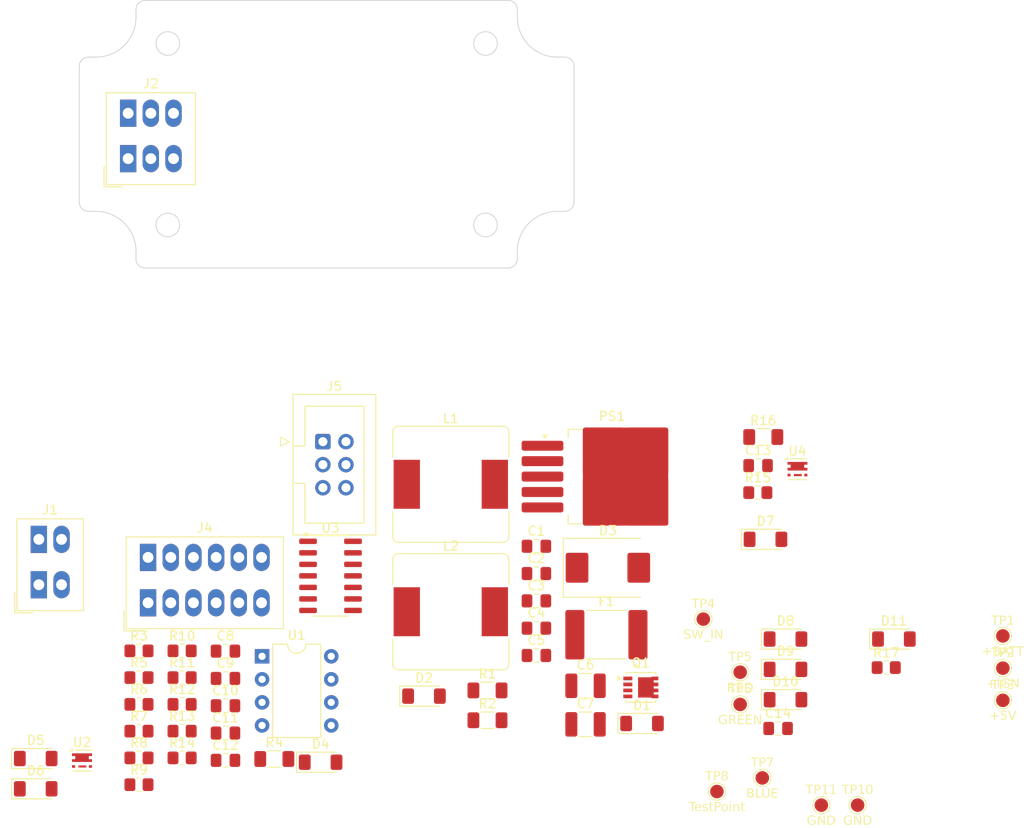
<source format=kicad_pcb>
(kicad_pcb (version 20240108) (generator "pcbnew") (generator_version "8.0")
  (layers (0 "F.Cu" signal) (31 "B.Cu" signal) (34 "B.Paste" user) (35 "F.Paste" user) (36 "B.SilkS" user "B.Silkscreen") (37 "F.SilkS" user "F.Silkscreen") (38 "B.Mask" user) (39 "F.Mask" user) (44 "Edge.Cuts" user))
  (net 0 "")
  (net 1 "Net-(D1-K)")
  (net 2 "GND")
  (net 3 "Net-(PS1-VIN)")
  (net 4 "+5V")
  (net 5 "Net-(D6-K)")
  (net 6 "Net-(D1-A)")
  (net 7 "Net-(D3-K)")
  (net 8 "Net-(D5-K)")
  (net 9 "+BATT")
  (net 10 "/RST")
  (net 11 "/SDO")
  (net 12 "Net-(PS1-~{ON}{slash}OFF)")
  (net 13 "+2V5")
  (net 14 "Net-(D2-K)")
  (net 15 "Net-(D7-K)")
  (net 16 "/Power/+IGN")
  (net 17 "Net-(J4-Pin_4)")
  (net 18 "Net-(J4-Pin_2)")
  (net 19 "Net-(J4-Pin_3)")
  (net 20 "Net-(J4-Pin_5)")
  (net 21 "Net-(PS1-FB)")
  (net 22 "Net-(D4-K)")
  (net 23 "Net-(D9-K)")
  (net 24 "Net-(D10-K)")
  (net 25 "/RED")
  (net 26 "/GRN")
  (net 27 "/PWM_out")
  (net 28 "/BLU")
  (footprint "Resistor_SMD:R_0805_2012Metric_Pad1.20x1.40mm_HandSolder" (layer "F.Cu") (at 143.335 114.295)
    (property "Reference" "R8" (at 0 -1.65 0) (layer "F.SilkS"))
    (property "Value" "100R")
    (pad "1" smd roundrect (at -1 0) (size 1.2 1.4) (layers "F.Cu" "F.Paste" "F.Mask") (roundrect_rratio 0.208333) (net 5 "Net-(D6-K)"))
    (pad "2" smd roundrect (at 1 0) (size 1.2 1.4) (layers "F.Cu" "F.Paste" "F.Mask") (roundrect_rratio 0.208333) (net 18 "Net-(J4-Pin_2)"))
  )
  (footprint "TerminalBlock_Phoenix:TerminalBlock_Phoenix_PTSM-0,5-3-2.5-H-THR_1x03_P2.50mm_Horizontal" (layer "F.Cu") (at 142.14 48.24)
    (property "Reference" "J2" (at 2.5 -8.26 0) (layer "F.SilkS"))
    (property "Value" "1770898")
    (pad "1" thru_hole rect (at 0 -5) (size 1.8 3) (drill 1.2) (layers "*.Cu" "*.Mask") (net 16 "/Power/+IGN"))
    (pad "1" thru_hole rect (at 0 0) (size 1.8 3) (drill 1.2) (layers "*.Cu" "*.Mask") (net 16 "/Power/+IGN"))
    (pad "2" thru_hole oval (at 2.5 -5) (size 1.8 3) (drill 1.2) (layers "*.Cu" "*.Mask") (net 9 "+BATT"))
    (pad "2" thru_hole oval (at 2.5 0) (size 1.8 3) (drill 1.2) (layers "*.Cu" "*.Mask") (net 9 "+BATT"))
    (pad "3" thru_hole oval (at 5 -5) (size 1.8 3) (drill 1.2) (layers "*.Cu" "*.Mask") (net 2 "GND"))
    (pad "3" thru_hole oval (at 5 0) (size 1.8 3) (drill 1.2) (layers "*.Cu" "*.Mask") (net 2 "GND"))
  )
  (footprint "Capacitor_SMD:C_0805_2012Metric_Pad1.18x1.45mm_HandSolder" (layer "F.Cu") (at 211.535 82.075)
    (property "Reference" "C13" (at 0 -1.68 0) (layer "F.SilkS"))
    (property "Value" "10uF")
    (pad "1" smd roundrect (at -1.0375 0) (size 1.175 1.45) (layers "F.Cu" "F.Paste" "F.Mask") (roundrect_rratio 0.212766) (net 14 "Net-(D2-K)"))
    (pad "2" smd roundrect (at 1.0375 0) (size 1.175 1.45) (layers "F.Cu" "F.Paste" "F.Mask") (roundrect_rratio 0.212766) (net 2 "GND"))
  )
  (footprint "TestPoint:TestPoint_Pad_D1.5mm" (layer "F.Cu") (at 238.5 104.4)
    (property "Reference" "TP2" (at 0 -1.648 0) (layer "F.SilkS"))
    (property "Value" "+IGN" (at 0 1.75 0) (layer "F.SilkS"))
    (pad "1" smd circle (at 0 0) (size 1.5 1.5) (layers "F.Cu" "F.Mask") (net 14 "Net-(D2-K)"))
  )
  (footprint "TerminalBlock_Phoenix:TerminalBlock_Phoenix_PTSM-0,5-6-2.5-H-THR_1x06_P2.50mm_Horizontal" (layer "F.Cu") (at 144.335 97.195)
    (property "Reference" "J4" (at 6.25 -8.26 0) (layer "F.SilkS"))
    (property "Value" "1770924")
    (pad "1" thru_hole rect (at 0 -5) (size 1.8 3) (drill 1.2) (layers "*.Cu" "*.Mask") (net 8 "Net-(D5-K)"))
    (pad "1" thru_hole rect (at 0 0) (size 1.8 3) (drill 1.2) (layers "*.Cu" "*.Mask") (net 8 "Net-(D5-K)"))
    (pad "2" thru_hole oval (at 2.5 -5) (size 1.8 3) (drill 1.2) (layers "*.Cu" "*.Mask") (net 18 "Net-(J4-Pin_2)"))
    (pad "2" thru_hole oval (at 2.5 0) (size 1.8 3) (drill 1.2) (layers "*.Cu" "*.Mask") (net 18 "Net-(J4-Pin_2)"))
    (pad "3" thru_hole oval (at 5 -5) (size 1.8 3) (drill 1.2) (layers "*.Cu" "*.Mask") (net 19 "Net-(J4-Pin_3)"))
    (pad "3" thru_hole oval (at 5 0) (size 1.8 3) (drill 1.2) (layers "*.Cu" "*.Mask") (net 19 "Net-(J4-Pin_3)"))
    (pad "4" thru_hole oval (at 7.5 -5) (size 1.8 3) (drill 1.2) (layers "*.Cu" "*.Mask") (net 17 "Net-(J4-Pin_4)"))
    (pad "4" thru_hole oval (at 7.5 0) (size 1.8 3) (drill 1.2) (layers "*.Cu" "*.Mask") (net 17 "Net-(J4-Pin_4)"))
    (pad "5" thru_hole oval (at 10 -5) (size 1.8 3) (drill 1.2) (layers "*.Cu" "*.Mask") (net 20 "Net-(J4-Pin_5)"))
    (pad "5" thru_hole oval (at 10 0) (size 1.8 3) (drill 1.2) (layers "*.Cu" "*.Mask") (net 20 "Net-(J4-Pin_5)"))
    (pad "6" thru_hole oval (at 12.5 -5) (size 1.8 3) (drill 1.2) (layers "*.Cu" "*.Mask") (net 2 "GND"))
    (pad "6" thru_hole oval (at 12.5 0) (size 1.8 3) (drill 1.2) (layers "*.Cu" "*.Mask") (net 2 "GND"))
  )
  (footprint "Capacitor_SMD:C_0805_2012Metric_Pad1.18x1.45mm_HandSolder" (layer "F.Cu") (at 187.115 90.965)
    (property "Reference" "C1" (at 0 -1.68 0) (layer "F.SilkS"))
    (property "Value" "10uF")
    (pad "1" smd roundrect (at -1.0375 0) (size 1.175 1.45) (layers "F.Cu" "F.Paste" "F.Mask") (roundrect_rratio 0.212766) (net 1 "Net-(D1-K)"))
    (pad "2" smd roundrect (at 1.0375 0) (size 1.175 1.45) (layers "F.Cu" "F.Paste" "F.Mask") (roundrect_rratio 0.212766) (net 2 "GND"))
  )
  (footprint "Capacitor_SMD:C_0805_2012Metric_Pad1.18x1.45mm_HandSolder" (layer "F.Cu") (at 152.865 108.545)
    (property "Reference" "C10" (at 0 -1.68 0) (layer "F.SilkS"))
    (property "Value" "10uF")
    (pad "1" smd roundrect (at -1.0375 0) (size 1.175 1.45) (layers "F.Cu" "F.Paste" "F.Mask") (roundrect_rratio 0.212766) (net 2 "GND"))
    (pad "2" smd roundrect (at 1.0375 0) (size 1.175 1.45) (layers "F.Cu" "F.Paste" "F.Mask") (roundrect_rratio 0.212766) (net 4 "+5V"))
  )
  (footprint "Package_DIP:DIP-8_W7.62mm" (layer "F.Cu") (at 156.895 103.095)
    (property "Reference" "U1" (at 3.81 -2.33 0) (layer "F.SilkS"))
    (property "Value" "ATtiny85-20P")
    (pad "1" thru_hole rect (at 0 0) (size 1.6 1.6) (drill 0.8) (layers "*.Cu" "*.Mask") (net 10 "/RST"))
    (pad "2" thru_hole oval (at 0 2.54) (size 1.6 1.6) (drill 0.8) (layers "*.Cu" "*.Mask") (net 28 "/BLU"))
    (pad "3" thru_hole oval (at 0 5.08) (size 1.6 1.6) (drill 0.8) (layers "*.Cu" "*.Mask") (net 27 "/PWM_out"))
    (pad "4" thru_hole oval (at 0 7.62) (size 1.6 1.6) (drill 0.8) (layers "*.Cu" "*.Mask") (net 2 "GND"))
    (pad "5" thru_hole oval (at 7.62 7.62) (size 1.6 1.6) (drill 0.8) (layers "*.Cu" "*.Mask") (net 11 "/SDO"))
    (pad "6" thru_hole oval (at 7.62 5.08) (size 1.6 1.6) (drill 0.8) (layers "*.Cu" "*.Mask") (net 25 "/RED"))
    (pad "7" thru_hole oval (at 7.62 2.54) (size 1.6 1.6) (drill 0.8) (layers "*.Cu" "*.Mask") (net 26 "/GRN"))
    (pad "8" thru_hole oval (at 7.62 0) (size 1.6 1.6) (drill 0.8) (layers "*.Cu" "*.Mask") (net 4 "+5V"))
  )
  (footprint "Resistor_SMD:R_1206_3216Metric_Pad1.30x1.75mm_HandSolder" (layer "F.Cu") (at 181.725 110.145)
    (property "Reference" "R2" (at 0 -1.82 0) (layer "F.SilkS"))
    (property "Value" "100k")
    (pad "1" smd roundrect (at -1.55 0) (size 1.3 1.75) (layers "F.Cu" "F.Paste" "F.Mask") (roundrect_rratio 0.192308) (net 12 "Net-(PS1-~{ON}{slash}OFF)"))
    (pad "2" smd roundrect (at 1.55 0) (size 1.3 1.75) (layers "F.Cu" "F.Paste" "F.Mask") (roundrect_rratio 0.192308) (net 3 "Net-(PS1-VIN)"))
  )
  (footprint "Package_SO:Vishay_PowerPAK_1212-8_Single" (layer "F.Cu") (at 198.62 106.525)
    (property "Reference" "Q1" (at 0 -2.7 0) (layer "F.SilkS"))
    (property "Value" "SiS415DNT")
    (pad "1" smd rect (at -1.435 -0.99) (size 0.99 0.405) (layers "F.Cu" "F.Paste" "F.Mask") (net 2 "GND"))
    (pad "2" smd rect (at -1.435 -0.33) (size 0.99 0.405) (layers "F.Cu" "F.Paste" "F.Mask") (net 2 "GND"))
    (pad "3" smd rect (at -1.435 0.33) (size 0.99 0.405) (layers "F.Cu" "F.Paste" "F.Mask") (net 2 "GND"))
    (pad "4" smd rect (at -1.435 0.99) (size 0.99 0.405) (layers "F.Cu" "F.Paste" "F.Mask") (net 6 "Net-(D1-A)"))
    (pad "5" smd custom (at 0.5575 0) (size 1.725 2.235) (layers "F.Cu" "F.Paste" "F.Mask") (net 1 "Net-(D1-K)") (options (clearance outline) (anchor rect)) (primitives (gr_poly (pts (xy 1.3725 -0.7875) (xy 0.8625 -0.7875) (xy 0.8625 -0.5325) (xy 1.3725 -0.5325) (xy 1.3725 -0.1275) (xy 0.8625 -0.1275) (xy 0.8625 0.1275) (xy 1.3725 0.1275) (xy 1.3725 0.5325) (xy 0.8625 0.5325) (xy 0.8625 0.7875) (xy 1.3725 0.7875) (xy 1.3725 1.195) (xy 0.6125 1.195) (xy 0.6125 -1.195) (xy 1.3725 -1.195)) (width 0) (fill yes))))
  )
  (footprint "TestPoint:TestPoint_Pad_D1.5mm" (layer "F.Cu") (at 212 116.5)
    (property "Reference" "TP7" (at 0 -1.648 0) (layer "F.SilkS"))
    (property "Value" "BLUE" (at 0 1.75 0) (layer "F.SilkS"))
    (pad "1" smd circle (at 0 0) (size 1.5 1.5) (layers "F.Cu" "F.Mask") (net 28 "/BLU"))
  )
  (footprint "Resistor_SMD:R_0805_2012Metric_Pad1.20x1.40mm_HandSolder" (layer "F.Cu") (at 143.335 117.245)
    (property "Reference" "R9" (at 0 -1.65 0) (layer "F.SilkS"))
    (property "Value" "1k")
    (pad "1" smd roundrect (at -1 0) (size 1.2 1.4) (layers "F.Cu" "F.Paste" "F.Mask") (roundrect_rratio 0.208333) (net 9 "+BATT"))
    (pad "2" smd roundrect (at 1 0) (size 1.2 1.4) (layers "F.Cu" "F.Paste" "F.Mask") (roundrect_rratio 0.208333) (net 8 "Net-(D5-K)"))
  )
  (footprint "Resistor_SMD:R_0805_2012Metric_Pad1.20x1.40mm_HandSolder" (layer "F.Cu") (at 143.335 108.395)
    (property "Reference" "R6" (at 0 -1.65 0) (layer "F.SilkS"))
    (property "Value" "100R")
    (pad "1" smd roundrect (at -1 0) (size 1.2 1.4) (layers "F.Cu" "F.Paste" "F.Mask") (roundrect_rratio 0.208333) (net 23 "Net-(D9-K)"))
    (pad "2" smd roundrect (at 1 0) (size 1.2 1.4) (layers "F.Cu" "F.Paste" "F.Mask") (roundrect_rratio 0.208333) (net 17 "Net-(J4-Pin_4)"))
  )
  (footprint "Diode_SMD:D_MiniMELF" (layer "F.Cu") (at 163.345 114.77)
    (property "Reference" "D4" (at 0 -2 0) (layer "F.SilkS"))
    (property "Value" "BZV55B5V1")
    (pad "1" smd roundrect (at -1.75 0) (size 1.3 1.7) (layers "F.Cu" "F.Paste" "F.Mask") (roundrect_rratio 0.1923076923) (net 22 "Net-(D4-K)"))
    (pad "2" smd roundrect (at 1.75 0) (size 1.3 1.7) (layers "F.Cu" "F.Paste" "F.Mask") (roundrect_rratio 0.1923076923) (net 2 "GND"))
  )
  (footprint "Diode_SMD:D_MiniMELF" (layer "F.Cu") (at 198.75 110.5)
    (property "Reference" "D1" (at 0 -2 0) (layer "F.SilkS"))
    (property "Value" "BZV55B18")
    (pad "1" smd roundrect (at -1.75 0) (size 1.3 1.7) (layers "F.Cu" "F.Paste" "F.Mask") (roundrect_rratio 0.1923076923) (net 1 "Net-(D1-K)"))
    (pad "2" smd roundrect (at 1.75 0) (size 1.3 1.7) (layers "F.Cu" "F.Paste" "F.Mask") (roundrect_rratio 0.1923076923) (net 6 "Net-(D1-A)"))
  )
  (footprint "Resistor_SMD:R_0805_2012Metric_Pad1.20x1.40mm_HandSolder" (layer "F.Cu") (at 148.085 111.345)
    (property "Reference" "R13" (at 0 -1.65 0) (layer "F.SilkS"))
    (property "Value" "470k")
    (pad "1" smd roundrect (at -1 0) (size 1.2 1.4) (layers "F.Cu" "F.Paste" "F.Mask") (roundrect_rratio 0.208333) (net 13 "+2V5"))
    (pad "2" smd roundrect (at 1 0) (size 1.2 1.4) (layers "F.Cu" "F.Paste" "F.Mask") (roundrect_rratio 0.208333) (net 22 "Net-(D4-K)"))
  )
  (footprint "Capacitor_SMD:C_0805_2012Metric_Pad1.18x1.45mm_HandSolder" (layer "F.Cu") (at 152.865 111.555)
    (property "Reference" "C11" (at 0 -1.68 0) (layer "F.SilkS"))
    (property "Value" "10nF")
    (pad "1" smd roundrect (at -1.0375 0) (size 1.175 1.45) (layers "F.Cu" "F.Paste" "F.Mask") (roundrect_rratio 0.212766) (net 2 "GND"))
    (pad "2" smd roundrect (at 1.0375 0) (size 1.175 1.45) (layers "F.Cu" "F.Paste" "F.Mask") (roundrect_rratio 0.212766) (net 4 "+5V"))
  )
  (footprint "Capacitor_SMD:C_0805_2012Metric_Pad1.18x1.45mm_HandSolder" (layer "F.Cu") (at 187.115 99.995)
    (property "Reference" "C4" (at 0 -1.68 0) (layer "F.SilkS"))
    (property "Value" "10uF")
    (pad "1" smd roundrect (at -1.0375 0) (size 1.175 1.45) (layers "F.Cu" "F.Paste" "F.Mask") (roundrect_rratio 0.212766) (net 3 "Net-(PS1-VIN)"))
    (pad "2" smd roundrect (at 1.0375 0) (size 1.175 1.45) (layers "F.Cu" "F.Paste" "F.Mask") (roundrect_rratio 0.212766) (net 2 "GND"))
  )
  (footprint "TerminalBlock_Phoenix:TerminalBlock_Phoenix_PTSM-0,5-2-2.5-H-THR_1x02_P2.50mm_Horizontal" (layer "F.Cu") (at 132.305 95.205)
    (property "Reference" "J1" (at 1.25 -8.26 0) (layer "F.SilkS"))
    (property "Value" "1770885")
    (pad "1" thru_hole rect (at 0 -5) (size 1.8 3) (drill 1.2) (layers "*.Cu" "*.Mask") (net 9 "+BATT"))
    (pad "1" thru_hole rect (at 0 0) (size 1.8 3) (drill 1.2) (layers "*.Cu" "*.Mask") (net 9 "+BATT"))
    (pad "2" thru_hole oval (at 2.5 -5) (size 1.8 3) (drill 1.2) (layers "*.Cu" "*.Mask") (net 15 "Net-(D7-K)"))
    (pad "2" thru_hole oval (at 2.5 0) (size 1.8 3) (drill 1.2) (layers "*.Cu" "*.Mask") (net 15 "Net-(D7-K)"))
  )
  (footprint "TestPoint:TestPoint_Pad_D1.5mm" (layer "F.Cu") (at 207 118)
    (property "Reference" "TP8" (at 0 -1.648 0) (layer "F.SilkS"))
    (property "Value" "TestPoint" (at 0 1.75 0) (layer "F.SilkS"))
    (pad "1" smd circle (at 0 0) (size 1.5 1.5) (layers "F.Cu" "F.Mask") (net 27 "/PWM_out"))
  )
  (footprint "Diode_SMD:D_MiniMELF" (layer "F.Cu") (at 131.96 117.7)
    (property "Reference" "D6" (at 0 -2 0) (layer "F.SilkS"))
    (property "Value" "BZV55B18")
    (pad "1" smd roundrect (at -1.75 0) (size 1.3 1.7) (layers "F.Cu" "F.Paste" "F.Mask") (roundrect_rratio 0.1923076923) (net 5 "Net-(D6-K)"))
    (pad "2" smd roundrect (at 1.75 0) (size 1.3 1.7) (layers "F.Cu" "F.Paste" "F.Mask") (roundrect_rratio 0.1923076923) (net 2 "GND"))
  )
  (footprint "Resistor_SMD:R_0805_2012Metric_Pad1.20x1.40mm_HandSolder" (layer "F.Cu") (at 143.335 102.495)
    (property "Reference" "R3" (at 0 -1.65 0) (layer "F.SilkS"))
    (property "Value" "470k")
    (pad "1" smd roundrect (at -1 0) (size 1.2 1.4) (layers "F.Cu" "F.Paste" "F.Mask") (roundrect_rratio 0.208333) (net 13 "+2V5"))
    (pad "2" smd roundrect (at 1 0) (size 1.2 1.4) (layers "F.Cu" "F.Paste" "F.Mask") (roundrect_rratio 0.208333) (net 23 "Net-(D9-K)"))
  )
  (footprint "Diode_SMD:D_MiniMELF" (layer "F.Cu") (at 174.73 107.485)
    (property "Reference" "D2" (at 0 -2 0) (layer "F.SilkS"))
    (property "Value" "BZV55B18")
    (pad "1" smd roundrect (at -1.75 0) (size 1.3 1.7) (layers "F.Cu" "F.Paste" "F.Mask") (roundrect_rratio 0.1923076923) (net 14 "Net-(D2-K)"))
    (pad "2" smd roundrect (at 1.75 0) (size 1.3 1.7) (layers "F.Cu" "F.Paste" "F.Mask") (roundrect_rratio 0.1923076923) (net 2 "GND"))
  )
  (footprint "Diode_SMD:D_MiniMELF" (layer "F.Cu") (at 212.35 90.2)
    (property "Reference" "D7" (at 0 -2 0) (layer "F.SilkS"))
    (property "Value" "BZV55B18")
    (pad "1" smd roundrect (at -1.75 0) (size 1.3 1.7) (layers "F.Cu" "F.Paste" "F.Mask") (roundrect_rratio 0.1923076923) (net 15 "Net-(D7-K)"))
    (pad "2" smd roundrect (at 1.75 0) (size 1.3 1.7) (layers "F.Cu" "F.Paste" "F.Mask") (roundrect_rratio 0.1923076923) (net 2 "GND"))
  )
  (footprint "Capacitor_SMD:C_0805_2012Metric_Pad1.18x1.45mm_HandSolder" (layer "F.Cu") (at 152.865 102.525)
    (property "Reference" "C8" (at 0 -1.68 0) (layer "F.SilkS"))
    (property "Value" "10uF")
    (pad "1" smd roundrect (at -1.0375 0) (size 1.175 1.45) (layers "F.Cu" "F.Paste" "F.Mask") (roundrect_rratio 0.212766) (net 2 "GND"))
    (pad "2" smd roundrect (at 1.0375 0) (size 1.175 1.45) (layers "F.Cu" "F.Paste" "F.Mask") (roundrect_rratio 0.212766) (net 5 "Net-(D6-K)"))
  )
  (footprint "Resistor_SMD:R_0805_2012Metric_Pad1.20x1.40mm_HandSolder" (layer "F.Cu") (at 148.085 105.445)
    (property "Reference" "R11" (at 0 -1.65 0) (layer "F.SilkS"))
    (property "Value" "100k")
    (pad "1" smd roundrect (at -1 0) (size 1.2 1.4) (layers "F.Cu" "F.Paste" "F.Mask") (roundrect_rratio 0.208333) (net 13 "+2V5"))
    (pad "2" smd roundrect (at 1 0) (size 1.2 1.4) (layers "F.Cu" "F.Paste" "F.Mask") (roundrect_rratio 0.208333) (net 2 "GND"))
  )
  (footprint "Resistor_SMD:R_0805_2012Metric_Pad1.20x1.40mm_HandSolder" (layer "F.Cu") (at 143.335 105.445)
    (property "Reference" "R5" (at 0 -1.65 0) (layer "F.SilkS"))
    (property "Value" "100R")
    (pad "1" smd roundrect (at -1 0) (size 1.2 1.4) (layers "F.Cu" "F.Paste" "F.Mask") (roundrect_rratio 0.208333) (net 22 "Net-(D4-K)"))
    (pad "2" smd roundrect (at 1 0) (size 1.2 1.4) (layers "F.Cu" "F.Paste" "F.Mask") (roundrect_rratio 0.208333) (net 20 "Net-(J4-Pin_5)"))
  )
  (footprint "Resistor_SMD:R_1206_3216Metric_Pad1.30x1.75mm_HandSolder" (layer "F.Cu") (at 181.725 106.855)
    (property "Reference" "R1" (at 0 -1.82 0) (layer "F.SilkS"))
    (property "Value" "2.2k")
    (pad "1" smd roundrect (at -1.55 0) (size 1.3 1.75) (layers "F.Cu" "F.Paste" "F.Mask") (roundrect_rratio 0.192308) (net 6 "Net-(D1-A)"))
    (pad "2" smd roundrect (at 1.55 0) (size 1.3 1.75) (layers "F.Cu" "F.Paste" "F.Mask") (roundrect_rratio 0.192308) (net 2 "GND"))
  )
  (footprint "Diode_SMD:D_MiniMELF" (layer "F.Cu") (at 214.555 107.875)
    (property "Reference" "D10" (at 0 -2 0) (layer "F.SilkS"))
    (property "Value" "BZV55B5V1")
    (pad "1" smd roundrect (at -1.75 0) (size 1.3 1.7) (layers "F.Cu" "F.Paste" "F.Mask") (roundrect_rratio 0.1923076923) (net 24 "Net-(D10-K)"))
    (pad "2" smd roundrect (at 1.75 0) (size 1.3 1.7) (layers "F.Cu" "F.Paste" "F.Mask") (roundrect_rratio 0.1923076923) (net 2 "GND"))
  )
  (footprint "Resistor_SMD:R_1206_3216Metric_Pad1.30x1.75mm_HandSolder" (layer "F.Cu") (at 212.105 78.925)
    (property "Reference" "R16" (at 0 -1.82 0) (layer "F.SilkS"))
    (property "Value" "100k")
    (pad "1" smd roundrect (at -1.55 0) (size 1.3 1.75) (layers "F.Cu" "F.Paste" "F.Mask") (roundrect_rratio 0.192308) (net 14 "Net-(D2-K)"))
    (pad "2" smd roundrect (at 1.55 0) (size 1.3 1.75) (layers "F.Cu" "F.Paste" "F.Mask") (roundrect_rratio 0.192308) (net 2 "GND"))
  )
  (footprint "Fuse:Fuse_2920_7451Metric_Pad2.10x5.45mm_HandSolder" (layer "F.Cu") (at 194.825 100.715)
    (property "Reference" "F1" (at 0 -3.68 0) (layer "F.SilkS"))
    (property "Value" "Polyfuse_Small")
    (pad "1" smd roundrect (at -3.475 0) (size 2.1 5.45) (layers "F.Cu" "F.Paste" "F.Mask") (roundrect_rratio 0.119048) (net 9 "+BATT"))
    (pad "2" smd roundrect (at 3.475 0) (size 2.1 5.45) (layers "F.Cu" "F.Paste" "F.Mask") (roundrect_rratio 0.119048) (net 1 "Net-(D1-K)"))
  )
  (footprint "Diode_SMD:D_MiniMELF" (layer "F.Cu") (at 214.555 104.535)
    (property "Reference" "D9" (at 0 -2 0) (layer "F.SilkS"))
    (property "Value" "BZV55B5V1")
    (pad "1" smd roundrect (at -1.75 0) (size 1.3 1.7) (layers "F.Cu" "F.Paste" "F.Mask") (roundrect_rratio 0.1923076923) (net 23 "Net-(D9-K)"))
    (pad "2" smd roundrect (at 1.75 0) (size 1.3 1.7) (layers "F.Cu" "F.Paste" "F.Mask") (roundrect_rratio 0.1923076923) (net 2 "GND"))
  )
  (footprint "Resistor_SMD:R_0805_2012Metric_Pad1.20x1.40mm_HandSolder" (layer "F.Cu") (at 148.085 114.295)
    (property "Reference" "R14" (at 0 -1.65 0) (layer "F.SilkS"))
    (property "Value" "470k")
    (pad "1" smd roundrect (at -1 0) (size 1.2 1.4) (layers "F.Cu" "F.Paste" "F.Mask") (roundrect_rratio 0.208333) (net 11 "/SDO"))
    (pad "2" smd roundrect (at 1 0) (size 1.2 1.4) (layers "F.Cu" "F.Paste" "F.Mask") (roundrect_rratio 0.208333) (net 13 "+2V5"))
  )
  (footprint "Capacitor_SMD:C_0805_2012Metric_Pad1.18x1.45mm_HandSolder" (layer "F.Cu") (at 152.865 105.535)
    (property "Reference" "C9" (at 0 -1.68 0) (layer "F.SilkS"))
    (property "Value" "10uF")
    (pad "1" smd roundrect (at -1.0375 0) (size 1.175 1.45) (layers "F.Cu" "F.Paste" "F.Mask") (roundrect_rratio 0.212766) (net 2 "GND"))
    (pad "2" smd roundrect (at 1.0375 0) (size 1.175 1.45) (layers "F.Cu" "F.Paste" "F.Mask") (roundrect_rratio 0.212766) (net 4 "+5V"))
  )
  (footprint "Capacitor_SMD:C_0805_2012Metric_Pad1.18x1.45mm_HandSolder" (layer "F.Cu") (at 213.74 111.05)
    (property "Reference" "C14" (at 0 -1.68 0) (layer "F.SilkS"))
    (property "Value" "10nF")
    (pad "1" smd roundrect (at -1.0375 0) (size 1.175 1.45) (layers "F.Cu" "F.Paste" "F.Mask") (roundrect_rratio 0.212766) (net 2 "GND"))
    (pad "2" smd roundrect (at 1.0375 0) (size 1.175 1.45) (layers "F.Cu" "F.Paste" "F.Mask") (roundrect_rratio 0.212766) (net 13 "+2V5"))
  )
  (footprint "Diode_SMD:D_MiniMELF" (layer "F.Cu") (at 226.495 101.195)
    (property "Reference" "D11" (at 0 -2 0) (layer "F.SilkS"))
    (property "Value" "BZV55B5V1")
    (pad "1" smd roundrect (at -1.75 0) (size 1.3 1.7) (layers "F.Cu" "F.Paste" "F.Mask") (roundrect_rratio 0.1923076923) (net 4 "+5V"))
    (pad "2" smd roundrect (at 1.75 0) (size 1.3 1.7) (layers "F.Cu" "F.Paste" "F.Mask") (roundrect_rratio 0.1923076923) (net 2 "GND"))
  )
  (footprint "Package_TO_SOT_SMD:Vishay_PowerPAK_SC70-6L_Single" (layer "F.Cu") (at 215.87 82.47)
    (property "Reference" "U4" (at 0 -2 0) (layer "F.SilkS"))
    (property "Value" "SiA462DJ")
    (pad "1" smd custom (at 0 -0.325) (size 1.5 0.95) (layers "F.Cu" "F.Mask") (net 12 "Net-(PS1-~{ON}{slash}OFF)") (options (clearance outline) (anchor rect)) (primitives (gr_poly (pts (xy 1.1 -0.175) (xy -1.1 -0.175) (xy -1.1 -0.475) (xy 1.1 -0.475)) (width 0) (fill yes)) (gr_poly (pts (xy 1.1 0.475) (xy -1.1 0.475) (xy -1.1 0.175) (xy 1.1 0.175)) (width 0) (fill yes))))
    (pad "3" smd roundrect (at -0.925 0.65) (size 0.35 0.3) (layers "F.Cu" "F.Paste" "F.Mask") (net 14 "Net-(D2-K)"))
    (pad "4" smd roundrect (at 0.04 0.65) (size 0.87 0.235) (layers "F.Cu" "F.Paste" "F.Mask") (net 2 "GND"))
    (pad "4" smd roundrect (at 0.925 0.65) (size 0.35 0.3) (layers "F.Cu" "F.Paste" "F.Mask") (net 2 "GND"))
  )
  (footprint "TestPoint:TestPoint_Pad_D1.5mm" (layer "F.Cu") (at 205.5 99)
    (property "Reference" "TP4" (at 0 -1.648 0) (layer "F.SilkS"))
    (property "Value" "SW_IN" (at 0 1.75 0) (layer "F.SilkS"))
    (pad "1" smd circle (at 0 0) (size 1.5 1.5) (layers "F.Cu" "F.Mask") (net 11 "/SDO"))
  )
  (footprint "Connector_IDC:IDC-Header_2x03_P2.54mm_Vertical" (layer "F.Cu") (at 163.595 79.435)
    (property "Reference" "J5" (at 1.27 -6.1 0) (layer "F.SilkS"))
    (property "Value" "0878340619")
    (pad "1" thru_hole roundrect (at 0 0) (size 1.7 1.7) (drill 1) (layers "*.Cu" "*.Mask") (roundrect_rratio 0.147059) (net 25 "/RED"))
    (pad "2" thru_hole circle (at 2.54 0) (size 1.7 1.7) (drill 1) (layers "*.Cu" "*.Mask") (net 4 "+5V"))
    (pad "3" thru_hole circle (at 0 2.54) (size 1.7 1.7) (drill 1) (layers "*.Cu" "*.Mask") (net 26 "/GRN"))
    (pad "4" thru_hole circle (at 2.54 2.54) (size 1.7 1.7) (drill 1) (layers "*.Cu" "*.Mask") (net 11 "/SDO"))
    (pad "5" thru_hole circle (at 0 5.08) (size 1.7 1.7) (drill 1) (layers "*.Cu" "*.Mask") (net 10 "/RST"))
    (pad "6" thru_hole circle (at 2.54 5.08) (size 1.7 1.7) (drill 1) (layers "*.Cu" "*.Mask") (net 2 "GND"))
  )
  (footprint "Capacitor_SMD:C_1210_3225Metric_Pad1.33x2.70mm_HandSolder" (layer "F.Cu") (at 192.525 106.345)
    (property "Reference" "C6" (at 0 -2.3 0) (layer "F.SilkS"))
    (property "Value" "EMK325ABJ107MM-T")
    (pad "1" smd roundrect (at -1.5625 0) (size 1.325 2.7) (layers "F.Cu" "F.Paste" "F.Mask") (roundrect_rratio 0.188679) (net 21 "Net-(PS1-FB)"))
    (pad "2" smd roundrect (at 1.5625 0) (size 1.325 2.7) (layers "F.Cu" "F.Paste" "F.Mask") (roundrect_rratio 0.188679) (net 2 "GND"))
  )
  (footprint "Capacitor_SMD:C_0805_2012Metric_Pad1.18x1.45mm_HandSolder" (layer "F.Cu") (at 187.115 93.975)
    (property "Reference" "C2" (at 0 -1.68 0) (layer "F.SilkS"))
    (property "Value" "10uF")
    (pad "1" smd roundrect (at -1.0375 0) (size 1.175 1.45) (layers "F.Cu" "F.Paste" "F.Mask") (roundrect_rratio 0.212766) (net 3 "Net-(PS1-VIN)"))
    (pad "2" smd roundrect (at 1.0375 0) (size 1.175 1.45) (layers "F.Cu" "F.Paste" "F.Mask") (roundrect_rratio 0.212766) (net 2 "GND"))
  )
  (footprint "Resistor_SMD:R_0805_2012Metric_Pad1.20x1.40mm_HandSolder" (layer "F.Cu") (at 211.505 85.055)
    (property "Reference" "R15" (at 0 -1.65 0) (layer "F.SilkS"))
    (property "Value" "1k")
    (pad "1" smd roundrect (at -1 0) (size 1.2 1.4) (layers "F.Cu" "F.Paste" "F.Mask") (roundrect_rratio 0.208333) (net 16 "/Power/+IGN"))
    (pad "2" smd roundrect (at 1 0) (size 1.2 1.4) (layers "F.Cu" "F.Paste" "F.Mask") (roundrect_rratio 0.208333) (net 14 "Net-(D2-K)"))
  )
  (footprint "Capacitor_SMD:C_0805_2012Metric_Pad1.18x1.45mm_HandSolder" (layer "F.Cu") (at 187.115 103.005)
    (property "Reference" "C5" (at 0 -1.68 0) (layer "F.SilkS"))
    (property "Value" "10uF")
    (pad "1" smd roundrect (at -1.0375 0) (size 1.175 1.45) (layers "F.Cu" "F.Paste" "F.Mask") (roundrect_rratio 0.212766) (net 21 "Net-(PS1-FB)"))
    (pad "2" smd roundrect (at 1.0375 0) (size 1.175 1.45) (layers "F.Cu" "F.Paste" "F.Mask") (roundrect_rratio 0.212766) (net 2 "GND"))
  )
  (footprint "Resistor_SMD:R_0805_2012Metric_Pad1.20x1.40mm_HandSolder" (layer "F.Cu") (at 143.335 111.345)
    (property "Reference" "R7" (at 0 -1.65 0) (layer "F.SilkS"))
    (property "Value" "100R")
    (pad "1" smd roundrect (at -1 0) (size 1.2 1.4) (layers "F.Cu" "F.Paste" "F.Mask") (roundrect_rratio 0.208333) (net 24 "Net-(D10-K)"))
    (pad "2" smd roundrect (at 1 0) (size 1.2 1.4) (layers "F.Cu" "F.Paste" "F.Mask") (roundrect_rratio 0.208333) (net 19 "Net-(J4-Pin_3)"))
  )
  (footprint "TestPoint:TestPoint_Pad_D1.5mm" (layer "F.Cu") (at 238.5 107.95)
    (property "Reference" "TP3" (at 0 -1.648 0) (layer "F.SilkS"))
    (property "Value" "+5V" (at 0 1.75 0) (layer "F.SilkS"))
    (pad "1" smd circle (at 0 0) (size 1.5 1.5) (layers "F.Cu" "F.Mask") (net 4 "+5V"))
  )
  (footprint "Package_SO:SOIC-14_3.9x8.7mm_P1.27mm" (layer "F.Cu") (at 164.435 94.23)
    (property "Reference" "U3" (at 0 -5.28 0) (layer "F.SilkS"))
    (property "Value" "LM324")
    (pad "1" smd roundrect (at -2.475 -3.81) (size 1.95 0.6) (layers "F.Cu" "F.Paste" "F.Mask") (net 11 "/SDO"))
    (pad "2" smd roundrect (at -2.475 -2.54) (size 1.95 0.6) (layers "F.Cu" "F.Paste" "F.Mask") (net 5 "Net-(D6-K)"))
    (pad "3" smd roundrect (at -2.475 -1.27) (size 1.95 0.6) (layers "F.Cu" "F.Paste" "F.Mask") (net 13 "+2V5"))
    (pad "4" smd roundrect (at -2.475 0) (size 1.95 0.6) (layers "F.Cu" "F.Paste" "F.Mask") (net 4 "+5V"))
    (pad "5" smd roundrect (at -2.475 1.27) (size 1.95 0.6) (layers "F.Cu" "F.Paste" "F.Mask") (net 13 "+2V5"))
    (pad "6" smd roundrect (at -2.475 2.54) (size 1.95 0.6) (layers "F.Cu" "F.Paste" "F.Mask") (net 25 "/RED"))
    (pad "7" smd roundrect (at -2.475 3.81) (size 1.95 0.6) (layers "F.Cu" "F.Paste" "F.Mask") (net 24 "Net-(D10-K)"))
    (pad "8" smd roundrect (at 2.475 3.81) (size 1.95 0.6) (layers "F.Cu" "F.Paste" "F.Mask") (net 23 "Net-(D9-K)"))
    (pad "9" smd roundrect (at 2.475 2.54) (size 1.95 0.6) (layers "F.Cu" "F.Paste" "F.Mask") (net 26 "/GRN"))
    (pad "10" smd roundrect (at 2.475 1.27) (size 1.95 0.6) (layers "F.Cu" "F.Paste" "F.Mask") (net 13 "+2V5"))
    (pad "11" smd roundrect (at 2.475 0) (size 1.95 0.6) (layers "F.Cu" "F.Paste" "F.Mask") (net 2 "GND"))
    (pad "12" smd roundrect (at 2.475 -1.27) (size 1.95 0.6) (layers "F.Cu" "F.Paste" "F.Mask") (net 13 "+2V5"))
    (pad "13" smd roundrect (at 2.475 -2.54) (size 1.95 0.6) (layers "F.Cu" "F.Paste" "F.Mask") (net 28 "/BLU"))
    (pad "14" smd roundrect (at 2.475 -3.81) (size 1.95 0.6) (layers "F.Cu" "F.Paste" "F.Mask") (net 22 "Net-(D4-K)"))
  )
  (footprint "Capacitor_SMD:C_1210_3225Metric_Pad1.33x2.70mm_HandSolder" (layer "F.Cu") (at 192.525 110.595)
    (property "Reference" "C7" (at 0 -2.3 0) (layer "F.SilkS"))
    (property "Value" "EMK325ABJ107MM-T")
    (pad "1" smd roundrect (at -1.5625 0) (size 1.325 2.7) (layers "F.Cu" "F.Paste" "F.Mask") (roundrect_rratio 0.188679) (net 4 "+5V"))
    (pad "2" smd roundrect (at 1.5625 0) (size 1.325 2.7) (layers "F.Cu" "F.Paste" "F.Mask") (roundrect_rratio 0.188679) (net 2 "GND"))
  )
  (footprint "Inductor_SMD:L_Bourns_SRR1260" (layer "F.Cu") (at 177.685 84.135)
    (property "Reference" "L1" (at 0 -7.25 0) (layer "F.SilkS"))
    (property "Value" "100uH")
    (pad "1" smd rect (at -4.85 0) (size 2.9 5.4) (layers "F.Cu" "F.Paste" "F.Mask") (net 1 "Net-(D1-K)"))
    (pad "2" smd rect (at 4.85 0) (size 2.9 5.4) (layers "F.Cu" "F.Paste" "F.Mask") (net 3 "Net-(PS1-VIN)"))
  )
  (footprint "TestPoint:TestPoint_Pad_D1.5mm" (layer "F.Cu") (at 222.5 119.5)
    (property "Reference" "TP10" (at 0 -1.648 0) (layer "F.SilkS"))
    (property "Value" "GND" (at 0 1.75 0) (layer "F.SilkS"))
    (pad "1" smd circle (at 0 0) (size 1.5 1.5) (layers "F.Cu" "F.Mask") (net 2 "GND"))
  )
  (footprint "Resistor_SMD:R_0805_2012Metric_Pad1.20x1.40mm_HandSolder" (layer "F.Cu") (at 225.65 104.34)
    (property "Reference" "R17" (at 0 -1.65 0) (layer "F.SilkS"))
    (property "Value" "0R")
    (pad "1" smd roundrect (at -1 0) (size 1.2 1.4) (layers "F.Cu" "F.Paste" "F.Mask") (roundrect_rratio 0.208333) (net 21 "Net-(PS1-FB)"))
    (pad "2" smd roundrect (at 1 0) (size 1.2 1.4) (layers "F.Cu" "F.Paste" "F.Mask") (roundrect_rratio 0.208333) (net 4 "+5V"))
  )
  (footprint "Inductor_SMD:L_Bourns_SRR1260" (layer "F.Cu") (at 177.685 98.185)
    (property "Reference" "L2" (at 0 -7.25 0) (layer "F.SilkS"))
    (property "Value" "100uH")
    (pad "1" smd rect (at -4.85 0) (size 2.9 5.4) (layers "F.Cu" "F.Paste" "F.Mask") (net 7 "Net-(D3-K)"))
    (pad "2" smd rect (at 4.85 0) (size 2.9 5.4) (layers "F.Cu" "F.Paste" "F.Mask") (net 21 "Net-(PS1-FB)"))
  )
  (footprint "Resistor_SMD:R_0805_2012Metric_Pad1.20x1.40mm_HandSolder" (layer "F.Cu") (at 148.085 108.395)
    (property "Reference" "R12" (at 0 -1.65 0) (layer "F.SilkS"))
    (property "Value" "470k")
    (pad "1" smd roundrect (at -1 0) (size 1.2 1.4) (layers "F.Cu" "F.Paste" "F.Mask") (roundrect_rratio 0.208333) (net 13 "+2V5"))
    (pad "2" smd roundrect (at 1 0) (size 1.2 1.4) (layers "F.Cu" "F.Paste" "F.Mask") (roundrect_rratio 0.208333) (net 24 "Net-(D10-K)"))
  )
  (footprint "Resistor_SMD:R_0805_2012Metric_Pad1.20x1.40mm_HandSolder" (layer "F.Cu") (at 148.085 102.495)
    (property "Reference" "R10" (at 0 -1.65 0) (layer "F.SilkS"))
    (property "Value" "100k")
    (pad "1" smd roundrect (at -1 0) (size 1.2 1.4) (layers "F.Cu" "F.Paste" "F.Mask") (roundrect_rratio 0.208333) (net 4 "+5V"))
    (pad "2" smd roundrect (at 1 0) (size 1.2 1.4) (layers "F.Cu" "F.Paste" "F.Mask") (roundrect_rratio 0.208333) (net 13 "+2V5"))
  )
  (footprint "Package_TO_SOT_SMD:Vishay_PowerPAK_SC70-6L_Single" (layer "F.Cu") (at 137.06 114.59)
    (property "Reference" "U2" (at 0 -2 0) (layer "F.SilkS"))
    (property "Value" "SiA462DJ")
    (pad "1" smd custom (at 0 -0.325) (size 1.5 0.95) (layers "F.Cu" "F.Mask") (net 15 "Net-(D7-K)") (options (clearance outline) (anchor rect)) (primitives (gr_poly (pts (xy 1.1 -0.175) (xy -1.1 -0.175) (xy -1.1 -0.475) (xy 1.1 -0.475)) (width 0) (fill yes)) (gr_poly (pts (xy 1.1 0.475) (xy -1.1 0.475) (xy -1.1 0.175) (xy 1.1 0.175)) (width 0) (fill yes))))
    (pad "3" smd roundrect (at -0.925 0.65) (size 0.35 0.3) (layers "F.Cu" "F.Paste" "F.Mask") (net 27 "/PWM_out"))
    (pad "4" smd roundrect (at 0.04 0.65) (size 0.87 0.235) (layers "F.Cu" "F.Paste" "F.Mask") (net 2 "GND"))
    (pad "4" smd roundrect (at 0.925 0.65) (size 0.35 0.3) (layers "F.Cu" "F.Paste" "F.Mask") (net 2 "GND"))
  )
  (footprint "Resistor_SMD:R_1206_3216Metric_Pad1.30x1.75mm_HandSolder" (layer "F.Cu") (at 158.245 114.415)
    (property "Reference" "R4" (at 0 -1.82 0) (layer "F.SilkS"))
    (property "Value" "100k")
    (pad "1" smd roundrect (at -1.55 0) (size 1.3 1.75) (layers "F.Cu" "F.Paste" "F.Mask") (roundrect_rratio 0.192308) (net 27 "/PWM_out"))
    (pad "2" smd roundrect (at 1.55 0) (size 1.3 1.75) (layers "F.Cu" "F.Paste" "F.Mask") (roundrect_rratio 0.192308) (net 2 "GND"))
  )
  (footprint "Diode_SMD:D_SMC" (layer "F.Cu") (at 194.99 93.335)
    (property "Reference" "D3" (at 0 -4.1 0) (layer "F.SilkS"))
    (property "Value" "B360")
    (pad "1" smd roundrect (at -3.4 0 90) (size 3.3 2.5) (layers "F.Cu" "F.Paste" "F.Mask") (roundrect_rratio 0.1) (net 7 "Net-(D3-K)"))
    (pad "2" smd roundrect (at 3.4 0 90) (size 3.3 2.5) (layers "F.Cu" "F.Paste" "F.Mask") (roundrect_rratio 0.1) (net 2 "GND"))
  )
  (footprint "Capacitor_SMD:C_0805_2012Metric_Pad1.18x1.45mm_HandSolder" (layer "F.Cu") (at 187.115 96.985)
    (property "Reference" "C3" (at 0 -1.68 0) (layer "F.SilkS"))
    (property "Value" "10uF")
    (pad "1" smd roundrect (at -1.0375 0) (size 1.175 1.45) (layers "F.Cu" "F.Paste" "F.Mask") (roundrect_rratio 0.212766) (net 3 "Net-(PS1-VIN)"))
    (pad "2" smd roundrect (at 1.0375 0) (size 1.175 1.45) (layers "F.Cu" "F.Paste" "F.Mask") (roundrect_rratio 0.212766) (net 2 "GND"))
  )
  (footprint "Capacitor_SMD:C_0805_2012Metric_Pad1.18x1.45mm_HandSolder" (layer "F.Cu") (at 152.865 114.565)
    (property "Reference" "C12" (at 0 -1.68 0) (layer "F.SilkS"))
    (property "Value" "10uF")
    (pad "1" smd roundrect (at -1.0375 0) (size 1.175 1.45) (layers "F.Cu" "F.Paste" "F.Mask") (roundrect_rratio 0.212766) (net 2 "GND"))
    (pad "2" smd roundrect (at 1.0375 0) (size 1.175 1.45) (layers "F.Cu" "F.Paste" "F.Mask") (roundrect_rratio 0.212766) (net 4 "+5V"))
  )
  (footprint "Package_TO_SOT_SMD:TO-263-5_TabPin3" (layer "F.Cu") (at 195.435 83.285)
    (property "Reference" "PS1" (at 0 -6.65 0) (layer "F.SilkS"))
    (property "Value" "LM2576HVS-5")
    (pad "1" smd roundrect (at -7.65 -3.4) (size 4.6 1.1) (layers "F.Cu" "F.Paste" "F.Mask") (roundrect_rratio 0.227273) (net 3 "Net-(PS1-VIN)"))
    (pad "2" smd roundrect (at -7.65 -1.7) (size 4.6 1.1) (layers "F.Cu" "F.Paste" "F.Mask") (roundrect_rratio 0.227273) (net 7 "Net-(D3-K)"))
    (pad "3" smd roundrect (at -7.65 0) (size 4.6 1.1) (layers "F.Cu" "F.Paste" "F.Mask") (roundrect_rratio 0.227273) (net 2 "GND"))
    (pad "3" smd roundrect (at -0.925 -2.775) (size 4.55 5.25) (layers "F.Cu" "F.Paste") (roundrect_rratio 0.054945) (net 2 "GND"))
    (pad "3" smd roundrect (at -0.925 2.775) (size 4.55 5.25) (layers "F.Cu" "F.Paste") (roundrect_rratio 0.054945) (net 2 "GND"))
    (pad "3" smd roundrect (at 1.5 0) (size 9.4 10.8) (layers "F.Cu" "F.Mask") (roundrect_rratio 0.026596) (net 2 "GND"))
    (pad "3" smd roundrect (at 3.925 -2.775) (size 4.55 5.25) (layers "F.Cu" "F.Paste") (roundrect_rratio 0.054945) (net 2 "GND"))
    (pad "3" smd roundrect (at 3.925 2.775) (size 4.55 5.25) (layers "F.Cu" "F.Paste") (roundrect_rratio 0.054945) (net 2 "GND"))
    (pad "4" smd roundrect (at -7.65 1.7) (size 4.6 1.1) (layers "F.Cu" "F.Paste" "F.Mask") (roundrect_rratio 0.227273) (net 21 "Net-(PS1-FB)"))
    (pad "5" smd roundrect (at -7.65 3.4) (size 4.6 1.1) (layers "F.Cu" "F.Paste" "F.Mask") (roundrect_rratio 0.227273) (net 12 "Net-(PS1-~{ON}{slash}OFF)"))
  )
  (footprint "TestPoint:TestPoint_Pad_D1.5mm" (layer "F.Cu") (at 209.56 104.85)
    (property "Reference" "TP5" (at 0 -1.648 0) (layer "F.SilkS"))
    (property "Value" "RED" (at 0 1.75 0) (layer "F.SilkS"))
    (pad "1" smd circle (at 0 0) (size 1.5 1.5) (layers "F.Cu" "F.Mask") (net 25 "/RED"))
  )
  (footprint "TestPoint:TestPoint_Pad_D1.5mm" (layer "F.Cu") (at 218.5 119.5)
    (property "Reference" "TP11" (at 0 -1.648 0) (layer "F.SilkS"))
    (property "Value" "GND" (at 0 1.75 0) (layer "F.SilkS"))
    (pad "1" smd circle (at 0 0) (size 1.5 1.5) (layers "F.Cu" "F.Mask") (net 2 "GND"))
  )
  (footprint "TestPoint:TestPoint_Pad_D1.5mm" (layer "F.Cu") (at 238.5 100.85)
    (property "Reference" "TP1" (at 0 -1.648 0) (layer "F.SilkS"))
    (property "Value" "+BATT" (at 0 1.75 0) (layer "F.SilkS"))
    (pad "1" smd circle (at 0 0) (size 1.5 1.5) (layers "F.Cu" "F.Mask") (net 3 "Net-(PS1-VIN)"))
  )
  (footprint "TestPoint:TestPoint_Pad_D1.5mm" (layer "F.Cu") (at 209.56 108.4)
    (property "Reference" "TP6" (at 0 -1.648 0) (layer "F.SilkS"))
    (property "Value" "GREEN" (at 0 1.75 0) (layer "F.SilkS"))
    (pad "1" smd circle (at 0 0) (size 1.5 1.5) (layers "F.Cu" "F.Mask") (net 26 "/GRN"))
  )
  (footprint "Diode_SMD:D_MiniMELF" (layer "F.Cu") (at 131.96 114.36)
    (property "Reference" "D5" (at 0 -2 0) (layer "F.SilkS"))
    (property "Value" "BZV55B18")
    (pad "1" smd roundrect (at -1.75 0) (size 1.3 1.7) (layers "F.Cu" "F.Paste" "F.Mask") (roundrect_rratio 0.1923076923) (net 8 "Net-(D5-K)"))
    (pad "2" smd roundrect (at 1.75 0) (size 1.3 1.7) (layers "F.Cu" "F.Paste" "F.Mask") (roundrect_rratio 0.1923076923) (net 2 "GND"))
  )
  (footprint "Diode_SMD:D_MiniMELF" (layer "F.Cu") (at 214.555 101.195)
    (property "Reference" "D8" (at 0 -2 0) (layer "F.SilkS"))
    (property "Value" "BZV55B5V1")
    (pad "1" smd roundrect (at -1.75 0) (size 1.3 1.7) (layers "F.Cu" "F.Paste" "F.Mask") (roundrect_rratio 0.1923076923) (net 11 "/SDO"))
    (pad "2" smd roundrect (at 1.75 0) (size 1.3 1.7) (layers "F.Cu" "F.Paste" "F.Mask") (roundrect_rratio 0.1923076923) (net 2 "GND"))
  )
  (gr_arc (start 184.010011 30.8) (mid 184.71483 31.090609) (end 185.01 31.79353) (stroke (width 0.09)) (layer "Edge.Cuts"))
  (gr_line (start 138.588911 37.05) (end 137.760011 37.05) (stroke (width 0.09)) (layer "Edge.Cuts"))
  (gr_line (start 143.01 31.80001) (end 143.01 32.62891) (stroke (width 0.09)) (layer "Edge.Cuts"))
  (gr_arc (start 143.01 32.62891) (mid 141.715093 35.755092) (end 138.588911 37.05) (stroke (width 0.09)) (layer "Edge.Cuts"))
  (gr_line (start 190.260011 37.05) (end 189.431011 37.05) (stroke (width 0.09)) (layer "Edge.Cuts"))
  (gr_line (start 185.01 59.30001) (end 185.01 58.47101) (stroke (width 0.09)) (layer "Edge.Cuts"))
  (gr_line (start 143.01 58.471059) (end 143.01 59.3) (stroke (width 0.09)) (layer "Edge.Cuts"))
  (gr_line (start 191.26 53.05001) (end 191.26 38.04353) (stroke (width 0.09)) (layer "Edge.Cuts"))
  (gr_arc (start 144.010011 60.3) (mid 143.302905 60.007103) (end 143.01 59.3) (stroke (width 0.09)) (layer "Edge.Cuts"))
  (gr_circle (center 146.51 35.55) (end 147.81 35.55) (stroke (width 0.09)) (fill none) (layer "Edge.Cuts"))
  (gr_arc (start 136.76 38.05001) (mid 137.052896 37.342895) (end 137.760011 37.05) (stroke (width 0.09)) (layer "Edge.Cuts"))
  (gr_arc (start 191.26 53.05001) (mid 190.96711 53.757109) (end 190.260011 54.05) (stroke (width 0.09)) (layer "Edge.Cuts"))
  (gr_arc (start 137.760011 54.05) (mid 137.052905 53.757103) (end 136.76 53.05) (stroke (width 0.09)) (layer "Edge.Cuts"))
  (gr_line (start 189.431011 54.05) (end 190.260011 54.05) (stroke (width 0.09)) (layer "Edge.Cuts"))
  (gr_arc (start 185.01 59.30001) (mid 184.71711 60.007109) (end 184.010011 60.3) (stroke (width 0.09)) (layer "Edge.Cuts"))
  (gr_line (start 184.010011 30.8) (end 144.010011 30.8) (stroke (width 0.09)) (layer "Edge.Cuts"))
  (gr_circle (center 181.51 55.55) (end 182.81 55.55) (stroke (width 0.09)) (fill none) (layer "Edge.Cuts"))
  (gr_line (start 144.010011 60.3) (end 184.010011 60.3) (stroke (width 0.09)) (layer "Edge.Cuts"))
  (gr_arc (start 143.01 31.80001) (mid 143.302896 31.092895) (end 144.010011 30.8) (stroke (width 0.09)) (layer "Edge.Cuts"))
  (gr_circle (center 146.51 55.55) (end 147.81 55.55) (stroke (width 0.09)) (fill none) (layer "Edge.Cuts"))
  (gr_line (start 185.01 32.602581) (end 185.01 31.79353) (stroke (width 0.09)) (layer "Edge.Cuts"))
  (gr_arc (start 138.588911 54.05) (mid 141.715066 55.344913) (end 143.01 58.471059) (stroke (width 0.09)) (layer "Edge.Cuts"))
  (gr_arc (start 190.260011 37.05) (mid 190.96483 37.340609) (end 191.26 38.04353) (stroke (width 0.09)) (layer "Edge.Cuts"))
  (gr_arc (start 185.01 58.47101) (mid 186.304884 55.344883) (end 189.431011 54.05) (stroke (width 0.09)) (layer "Edge.Cuts"))
  (gr_circle (center 181.51 35.55) (end 182.81 35.55) (stroke (width 0.09)) (fill none) (layer "Edge.Cuts"))
  (gr_line (start 136.76 38.05001) (end 136.76 53.05) (stroke (width 0.09)) (layer "Edge.Cuts"))
  (gr_line (start 137.760011 54.05) (end 138.588911 54.05) (stroke (width 0.09)) (layer "Edge.Cuts"))
  (gr_arc (start 189.431011 37.05) (mid 186.295533 35.74577) (end 185.01 32.602581) (stroke (width 0.09)) (layer "Edge.Cuts"))
)
</source>
